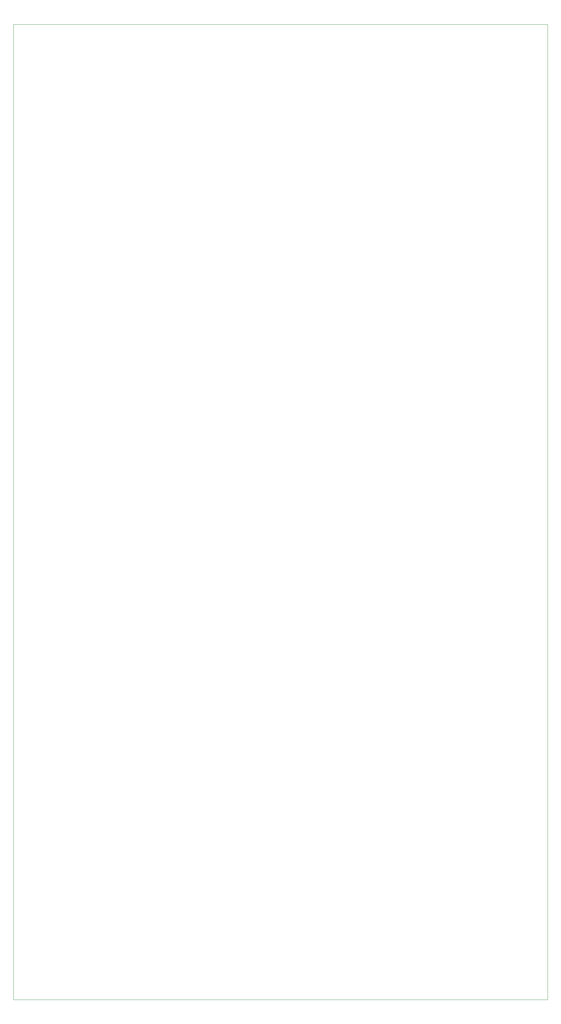
<source format=gbr>
*
%LPD*%
%LNPacMan-Edge_Cuts*%
%FSLAX25Y25*%
%MOIN*%
%AD*%
%AD*%
%ADD38C,0.001968504*%
G54D38*
%SRX1Y1I0.0J0.0*%
G1X569992Y519988D2*
G1X569992Y-12D1*
G1X-8Y519988D2*
G1X-8Y-12D1*
G1X569992Y-12D1*
G1X569992Y1039988D2*
G1X569992Y519988D1*
G1X569992Y1039988D2*
G1X-8Y1039988D1*
G1X-8Y519988D1*
M2*

</source>
